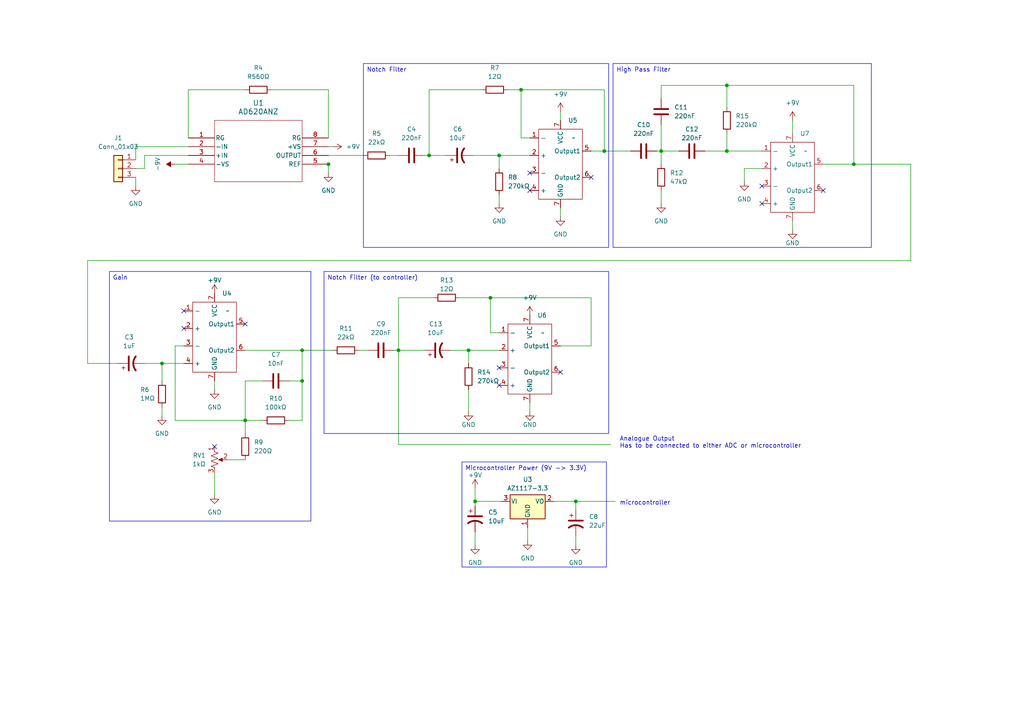
<source format=kicad_sch>
(kicad_sch (version 20230121) (generator eeschema)
  (paper "A4")
  (lib_symbols
    (symbol "2024-04-04_04-07-53:AD620ANZ" (pin_names (offset 0.254))
      (property "Reference" "U" (at 20.32 10.16 0))
      (property "Value" "AD620ANZ" (at 20.32 7.62 0))
      (symbol "AD620ANZ_0_1"
        (polyline (pts (xy 7.62 -12.7) (xy 33.02 -12.7)) (stroke (width 0.127)))
        (polyline (pts (xy 7.62 5.08) (xy 7.62 -12.7)) (stroke (width 0.127)))
        (polyline (pts (xy 33.02 -12.7) (xy 33.02 5.08)) (stroke (width 0.127)))
        (polyline (pts (xy 33.02 5.08) (xy 7.62 5.08)) (stroke (width 0.127)))
        (pin unspecified line (at 0 0 0) (length 7.62) (name "RG") (number "1"))
        (pin unspecified line (at 0 -2.54 0) (length 7.62) (name "-IN") (number "2"))
        (pin unspecified line (at 0 -5.08 0) (length 7.62) (name "+IN") (number "3"))
        (pin power_in line (at 0 -7.62 0) (length 7.62) (name "-VS") (number "4"))
        (pin unspecified line (at 40.64 -7.62 180) (length 7.62) (name "REF") (number "5"))
        (pin unspecified line (at 40.64 -5.08 180) (length 7.62) (name "OUTPUT") (number "6"))
        (pin power_in line (at 40.64 -2.54 180) (length 7.62) (name "+VS") (number "7"))
        (pin unspecified line (at 40.64 0 180) (length 7.62) (name "RG") (number "8"))
      )
    )
    (symbol "Amplifier_Audio:Amplifier_box"
      (property "Reference" "U" (at -15.24 5.08 0))
      (symbol "Amplifier_box_0_1"
        (rectangle (start -16.51 3.81) (end -3.81 -16.51))
      )
      (symbol "Amplifier_box_1_1"
        (pin input line (at -19.05 1.27 0) (length 2.54) (name "-") (number "1"))
        (pin input line (at -19.05 -3.81 0) (length 2.54) (name "+") (number "2"))
        (pin input line (at -19.05 -8.89 0) (length 2.54) (name "-") (number "3"))
        (pin input line (at -19.05 -13.97 0) (length 2.54) (name "+") (number "4"))
        (pin output line (at -1.27 -2.54 180) (length 2.54) (name "Output1") (number "5"))
        (pin output line (at -1.27 -10.16 180) (length 2.54) (name "Output2") (number "6"))
        (pin power_in line (at -10.16 -19.05 90) (length 2.54) (name "GND") (number "7"))
        (pin power_in line (at -10.16 6.35 270) (length 2.54) (name "VCC") (number "7"))
      )
    )
    (symbol "Connector_Generic:Conn_01x03" (pin_names (offset 1.016) hide)
      (property "Reference" "J" (at 0 5.08 0))
      (property "Value" "Conn_01x03" (at 0 -5.08 0))
      (symbol "Conn_01x03_1_1"
        (rectangle (start -1.27 -2.413) (end 0 -2.667) (stroke (width 0.1524)))
        (rectangle (start -1.27 0.127) (end 0 -0.127) (stroke (width 0.1524)))
        (rectangle (start -1.27 2.667) (end 0 2.413) (stroke (width 0.1524)))
        (rectangle (start -1.27 3.81) (end 1.27 -3.81) (stroke (width 0.254)) (fill (type background)))
        (pin passive line (at -5.08 2.54 0) (length 3.81) (name "Pin_1") (number "1"))
        (pin passive line (at -5.08 0 0) (length 3.81) (name "Pin_2") (number "2"))
        (pin passive line (at -5.08 -2.54 0) (length 3.81) (name "Pin_3") (number "3"))
      )
    )
    (symbol "Device:C" (pin_numbers hide) (pin_names (offset 0.254))
      (property "Reference" "C" (at 0.635 2.54 0))
      (property "Value" "C" (at 0.635 -2.54 0))
      (symbol "C_0_1"
        (polyline (pts (xy -2.032 -0.762) (xy 2.032 -0.762)) (stroke (width 0.508)))
        (polyline (pts (xy -2.032 0.762) (xy 2.032 0.762)) (stroke (width 0.508)))
      )
      (symbol "C_1_1"
        (pin passive line (at 0 3.81 270) (length 2.794) (name "~") (number "1"))
        (pin passive line (at 0 -3.81 90) (length 2.794) (name "~") (number "2"))
      )
    )
    (symbol "Device:C_Polarized_US" (pin_numbers hide) (pin_names (offset 0.254) hide)
      (property "Reference" "C" (at 0.635 2.54 0))
      (property "Value" "C_Polarized_US" (at 0.635 -2.54 0))
      (symbol "C_Polarized_US_0_1"
        (polyline (pts (xy -2.032 0.762) (xy 2.032 0.762)) (stroke (width 0.508)))
        (polyline (pts (xy -1.778 2.286) (xy -0.762 2.286)))
        (polyline (pts (xy -1.27 1.778) (xy -1.27 2.794)))
        (arc (start 2.032 -1.27) (mid 0 -0.5572) (end -2.032 -1.27) (stroke (width 0.508)))
      )
      (symbol "C_Polarized_US_1_1"
        (pin passive line (at 0 3.81 270) (length 2.794) (name "~") (number "1"))
        (pin passive line (at 0 -3.81 90) (length 3.302) (name "~") (number "2"))
      )
    )
    (symbol "Device:R" (pin_numbers hide) (pin_names (offset 0))
      (property "Reference" "R" (at 2.032 0 90))
      (property "Value" "R" (at 0 0 90))
      (symbol "R_0_1"
        (rectangle (start -1.016 -2.54) (end 1.016 2.54) (stroke (width 0.254)))
      )
      (symbol "R_1_1"
        (pin passive line (at 0 3.81 270) (length 1.27) (name "~") (number "1"))
        (pin passive line (at 0 -3.81 90) (length 1.27) (name "~") (number "2"))
      )
    )
    (symbol "Device:R_Potentiometer_US" (pin_names (offset 1.016) hide)
      (property "Reference" "RV" (at -4.445 0 90))
      (property "Value" "R_Potentiometer_US" (at -2.54 0 90))
      (symbol "R_Potentiometer_US_0_1"
        (polyline (pts (xy 0 -2.286) (xy 0 -2.54)))
        (polyline (pts (xy 0 2.54) (xy 0 2.286)))
        (polyline (pts (xy 2.54 0) (xy 1.524 0)))
        (polyline (pts (xy 1.143 0) (xy 2.286 0.508) (xy 2.286 -0.508) (xy 1.143 0)) (fill (type outline)))
        (polyline (pts (xy 0 -0.762) (xy 1.016 -1.143) (xy 0 -1.524) (xy -1.016 -1.905) (xy 0 -2.286)))
        (polyline (pts (xy 0 0.762) (xy 1.016 0.381) (xy 0 0) (xy -1.016 -0.381) (xy 0 -0.762)))
        (polyline (pts (xy 0 2.286) (xy 1.016 1.905) (xy 0 1.524) (xy -1.016 1.143) (xy 0 0.762)))
      )
      (symbol "R_Potentiometer_US_1_1"
        (pin passive line (at 0 3.81 270) (length 1.27) (name "1") (number "1"))
        (pin passive line (at 3.81 0 180) (length 1.27) (name "2") (number "2"))
        (pin passive line (at 0 -3.81 90) (length 1.27) (name "3") (number "3"))
      )
    )
    (symbol "Regulator_Linear:AZ1117-3.3" (pin_names (offset 0.254))
      (property "Reference" "U" (at -3.81 3.175 0))
      (property "Value" "AZ1117-3.3" (at 0 3.175 0))
      (symbol "AZ1117-3.3_0_1"
        (rectangle (start -5.08 1.905) (end 5.08 -5.08) (stroke (width 0.254)) (fill (type background)))
      )
      (symbol "AZ1117-3.3_1_1"
        (pin power_in line (at 0 -7.62 90) (length 2.54) (name "GND") (number "1"))
        (pin power_out line (at 7.62 0 180) (length 2.54) (name "VO") (number "2"))
        (pin power_in line (at -7.62 0 0) (length 2.54) (name "VI") (number "3"))
      )
    )
    (symbol "power:+9V" (power) (pin_names (offset 0))
      (property "Value" "+9V" (at 0 3.556 0))
      (symbol "+9V_0_1"
        (polyline (pts (xy -0.762 1.27) (xy 0 2.54)))
        (polyline (pts (xy 0 0) (xy 0 2.54)))
        (polyline (pts (xy 0 2.54) (xy 0.762 1.27)))
      )
      (symbol "+9V_1_1"
        (pin power_in line (at 0 0 90) (length 0) hide (name "+9V") (number "1"))
      )
    )
    (symbol "power:-9V" (power) (pin_names (offset 0))
      (property "Value" "-9V" (at 0 3.81 0))
      (symbol "-9V_0_1"
        (polyline (pts (xy 0 0) (xy 0 2.54)))
        (polyline (pts (xy 0.762 1.27) (xy -0.762 1.27) (xy 0 2.54) (xy 0.762 1.27)) (fill (type outline)))
      )
      (symbol "-9V_1_1"
        (pin power_in line (at 0 0 90) (length 0) hide (name "-9V") (number "1"))
      )
    )
    (symbol "power:GND" (power) (pin_names (offset 0))
      (property "Value" "GND" (at 0 -3.81 0))
      (symbol "GND_0_1"
        (polyline (pts (xy 0 0) (xy 0 -1.27) (xy 1.27 -1.27) (xy 0 -2.54) (xy -1.27 -1.27) (xy 0 -1.27)))
      )
      (symbol "GND_1_1"
        (pin power_in line (at 0 0 270) (length 0) hide (name "GND") (number "1"))
      )
    )
  )
  (junction (at 87.63 101.6))
  (junction (at 115.57 101.6))
  (junction (at 137.795 145.415))
  (junction (at 135.89 101.6))
  (junction (at 95.25 47.625))
  (junction (at 191.77 43.815))
  (junction (at 210.82 24.765))
  (junction (at 151.13 26.035))
  (junction (at 71.12 121.92))
  (junction (at 46.99 105.41))
  (junction (at 87.63 110.49))
  (junction (at 142.24 86.36))
  (junction (at 247.65 47.625))
  (junction (at 124.46 45.085))
  (junction (at 175.26 43.815))
  (junction (at 167.005 145.415))
  (junction (at 144.78 45.085))
  (junction (at 210.82 43.815))
  (no_connect (at 71.12 93.98))
  (no_connect (at 53.34 90.17))
  (no_connect (at 153.67 55.245))
  (no_connect (at 220.98 53.975))
  (no_connect (at 153.67 50.165))
  (no_connect (at 162.56 107.95))
  (no_connect (at 171.45 51.435))
  (no_connect (at 220.98 59.055))
  (no_connect (at 62.23 129.54))
  (no_connect (at 144.78 106.68))
  (no_connect (at 144.78 111.76))
  (no_connect (at 238.76 55.245))
  (no_connect (at 53.34 95.25))
  (wire (pts (xy 153.67 40.005) (xy 151.13 40.005)))
  (wire (pts (xy 247.65 47.625) (xy 264.16 47.625)))
  (wire (pts (xy 167.005 155.575) (xy 167.005 158.115)))
  (wire (pts (xy 76.2 110.49) (xy 71.12 110.49)))
  (wire (pts (xy 71.12 101.6) (xy 87.63 101.6)))
  (wire (pts (xy 104.14 101.6) (xy 106.68 101.6)))
  (wire (pts (xy 210.82 38.735) (xy 210.82 43.815)))
  (wire (pts (xy 162.56 32.385) (xy 162.56 34.925)))
  (wire (pts (xy 96.52 42.545) (xy 95.25 42.545)))
  (wire (pts (xy 87.63 110.49) (xy 83.82 110.49)))
  (wire (pts (xy 62.23 137.16) (xy 62.23 143.51)))
  (wire (pts (xy 191.77 43.815) (xy 191.77 47.625)))
  (wire (pts (xy 142.24 86.36) (xy 171.45 86.36)))
  (wire (pts (xy 135.89 119.38) (xy 135.89 113.03)))
  (wire (pts (xy 71.12 125.73) (xy 71.12 121.92)))
  (wire (pts (xy 115.57 101.6) (xy 115.57 86.36)))
  (wire (pts (xy 229.87 66.675) (xy 229.87 64.135)))
  (wire (pts (xy 220.98 43.815) (xy 210.82 43.815)))
  (wire (pts (xy 175.26 26.035) (xy 175.26 43.815)))
  (wire (pts (xy 114.3 101.6) (xy 115.57 101.6)))
  (wire (pts (xy 177.165 128.905) (xy 115.57 128.905)))
  (wire (pts (xy 25.4 75.565) (xy 25.4 105.41)))
  (wire (pts (xy 95.25 50.165) (xy 95.25 47.625)))
  (wire (pts (xy 115.57 86.36) (xy 125.73 86.36)))
  (wire (pts (xy 87.63 101.6) (xy 96.52 101.6)))
  (wire (pts (xy 144.78 96.52) (xy 142.24 96.52)))
  (wire (pts (xy 175.26 43.815) (xy 171.45 43.815)))
  (wire (pts (xy 95.25 47.625) (xy 90.17 47.625)))
  (wire (pts (xy 137.795 146.685) (xy 137.795 145.415)))
  (wire (pts (xy 191.77 55.245) (xy 191.77 59.055)))
  (wire (pts (xy 144.78 59.055) (xy 144.78 56.515)))
  (wire (pts (xy 54.61 42.545) (xy 39.37 42.545)))
  (wire (pts (xy 247.65 24.765) (xy 247.65 47.625)))
  (wire (pts (xy 71.12 121.92) (xy 50.8 121.92)))
  (wire (pts (xy 46.99 105.41) (xy 53.34 105.41)))
  (wire (pts (xy 215.9 48.895) (xy 215.9 52.705)))
  (wire (pts (xy 83.82 121.92) (xy 87.63 121.92)))
  (wire (pts (xy 137.16 45.085) (xy 144.78 45.085)))
  (wire (pts (xy 210.82 24.765) (xy 210.82 31.115)))
  (wire (pts (xy 41.91 48.895) (xy 39.37 48.895)))
  (wire (pts (xy 135.89 101.6) (xy 144.78 101.6)))
  (wire (pts (xy 71.12 110.49) (xy 71.12 121.92)))
  (wire (pts (xy 191.77 24.765) (xy 210.82 24.765)))
  (wire (pts (xy 130.81 101.6) (xy 135.89 101.6)))
  (wire (pts (xy 196.85 43.815) (xy 191.77 43.815)))
  (wire (pts (xy 124.46 26.035) (xy 139.7 26.035)))
  (wire (pts (xy 142.24 86.36) (xy 142.24 96.52)))
  (wire (pts (xy 147.32 26.035) (xy 151.13 26.035)))
  (wire (pts (xy 71.12 26.035) (xy 54.61 26.035)))
  (wire (pts (xy 50.8 47.625) (xy 54.61 47.625)))
  (wire (pts (xy 115.57 101.6) (xy 123.19 101.6)))
  (wire (pts (xy 160.655 145.415) (xy 167.005 145.415)))
  (wire (pts (xy 87.63 121.92) (xy 87.63 110.49)))
  (wire (pts (xy 137.795 145.415) (xy 145.415 145.415)))
  (wire (pts (xy 135.89 101.6) (xy 135.89 105.41)))
  (wire (pts (xy 50.8 121.92) (xy 50.8 100.33)))
  (wire (pts (xy 39.37 42.545) (xy 39.37 46.355)))
  (wire (pts (xy 62.23 113.03) (xy 62.23 110.49)))
  (wire (pts (xy 153.67 116.84) (xy 153.67 119.38)))
  (wire (pts (xy 66.04 133.35) (xy 71.12 133.35)))
  (wire (pts (xy 167.005 145.415) (xy 167.005 147.955)))
  (wire (pts (xy 71.12 121.92) (xy 76.2 121.92)))
  (wire (pts (xy 46.99 105.41) (xy 46.99 110.49)))
  (wire (pts (xy 115.57 101.6) (xy 115.57 128.905)))
  (wire (pts (xy 175.26 43.815) (xy 182.88 43.815)))
  (wire (pts (xy 46.99 120.65) (xy 46.99 118.11)))
  (wire (pts (xy 229.87 34.925) (xy 229.87 38.735)))
  (wire (pts (xy 264.16 75.565) (xy 25.4 75.565)))
  (wire (pts (xy 162.56 62.865) (xy 162.56 60.325)))
  (wire (pts (xy 191.77 24.765) (xy 191.77 28.575)))
  (wire (pts (xy 144.78 45.085) (xy 144.78 48.895)))
  (wire (pts (xy 144.78 45.085) (xy 153.67 45.085)))
  (wire (pts (xy 133.35 86.36) (xy 142.24 86.36)))
  (wire (pts (xy 25.4 105.41) (xy 34.29 105.41)))
  (wire (pts (xy 87.63 101.6) (xy 87.63 110.49)))
  (wire (pts (xy 220.98 48.895) (xy 215.9 48.895)))
  (wire (pts (xy 167.005 145.415) (xy 178.435 145.415)))
  (wire (pts (xy 191.77 36.195) (xy 191.77 43.815)))
  (wire (pts (xy 137.795 141.605) (xy 137.795 145.415)))
  (wire (pts (xy 113.03 45.085) (xy 115.57 45.085)))
  (wire (pts (xy 41.91 45.085) (xy 41.91 48.895)))
  (wire (pts (xy 129.54 45.085) (xy 124.46 45.085)))
  (wire (pts (xy 50.8 100.33) (xy 53.34 100.33)))
  (wire (pts (xy 204.47 43.815) (xy 210.82 43.815)))
  (wire (pts (xy 95.25 45.085) (xy 105.41 45.085)))
  (wire (pts (xy 247.65 47.625) (xy 238.76 47.625)))
  (wire (pts (xy 137.795 154.305) (xy 137.795 158.115)))
  (wire (pts (xy 54.61 26.035) (xy 54.61 40.005)))
  (wire (pts (xy 171.45 100.33) (xy 162.56 100.33)))
  (wire (pts (xy 95.25 26.035) (xy 95.25 40.005)))
  (wire (pts (xy 124.46 45.085) (xy 124.46 26.035)))
  (wire (pts (xy 54.61 45.085) (xy 41.91 45.085)))
  (wire (pts (xy 151.13 26.035) (xy 151.13 40.005)))
  (wire (pts (xy 190.5 43.815) (xy 191.77 43.815)))
  (wire (pts (xy 153.035 153.035) (xy 153.035 156.845)))
  (wire (pts (xy 151.13 26.035) (xy 175.26 26.035)))
  (wire (pts (xy 78.74 26.035) (xy 95.25 26.035)))
  (wire (pts (xy 41.91 105.41) (xy 46.99 105.41)))
  (wire (pts (xy 123.19 45.085) (xy 124.46 45.085)))
  (wire (pts (xy 39.37 51.435) (xy 39.37 53.975)))
  (wire (pts (xy 264.16 47.625) (xy 264.16 75.565)))
  (wire (pts (xy 171.45 86.36) (xy 171.45 100.33)))
  (wire (pts (xy 210.82 24.765) (xy 247.65 24.765)))
  (text_box "Microcontroller Power (9V -> 3.3V)" (at 133.985 133.985 0) (size 41.91 30.48) (effects (font (size 1.27 1.27)) (justify left top)))
  (text_box "High Pass Filter" (at 177.8 18.415 0) (size 74.93 53.34) (effects (font (size 1.27 1.27)) (justify left top)))
  (text_box "Notch Filter (to controller)" (at 93.98 78.74 0) (size 82.55 46.99) (effects (font (size 1.27 1.27)) (justify left top)))
  (text_box "Notch Filter\n" (at 105.41 18.415 0) (size 71.12 53.34) (effects (font (size 1.27 1.27)) (justify left top)))
  (text_box "Gain\n" (at 31.75 78.74 0) (size 58.42 72.39) (effects (font (size 1.27 1.27)) (justify left top)))
  (text "microcontroller" (at 179.705 146.685 0) (effects (font (size 1.27 1.27)) (justify left bottom)))
  (text "Analogue Output\nHas to be connected to either ADC or microcontroller" (at 179.705 130.175 0) (effects (font (size 1.27 1.27)) (justify left bottom)))
  (symbol (lib_id "Device:C") (at 110.49 101.6 90) (unit 1)
    (property "Reference" "C9" (at 110.49 93.98 90))
    (property "Value" "220nF" (at 110.49 96.52 90))
  )
  (symbol (lib_id "power:+9V") (at 162.56 32.385 0) (unit 1)
    (property "Reference" "#PWR018" (effects hide))
    (property "Value" "+9V" (at 162.56 27.305 0))
  )
  (symbol (lib_id "Device:R") (at 46.99 114.3 180) (unit 1)
    (property "Reference" "R6" (at 40.64 113.03 0) (effects (justify right)))
    (property "Value" "1MΩ" (at 40.64 115.57 0) (effects (justify right)))
  )
  (symbol (lib_id "power:+9V") (at 137.795 141.605 0) (unit 1)
    (property "Reference" "#PWR010" (effects hide))
    (property "Value" "+9V" (at 137.795 137.795 0))
  )
  (symbol (lib_id "Device:R") (at 80.01 121.92 270) (unit 1)
    (property "Reference" "R10" (at 80.01 115.57 90))
    (property "Value" "100kΩ" (at 80.01 118.11 90))
  )
  (symbol (lib_id "Device:R") (at 144.78 52.705 0) (unit 1)
    (property "Reference" "R8" (at 147.32 51.435 0) (effects (justify left)))
    (property "Value" "270kΩ" (at 147.32 53.975 0) (effects (justify left)))
  )
  (symbol (lib_id "Amplifier_Audio:Amplifier_box") (at 172.72 41.275 0) (unit 1)
    (property "Reference" "U5" (at 164.7541 34.925 0) (effects (justify left)))
    (property "Value" "~" (at 166.37 40.005 0))
  )
  (symbol (lib_id "Regulator_Linear:AZ1117-3.3") (at 153.035 145.415 0) (unit 1)
    (property "Reference" "U3" (at 153.035 139.065 0))
    (property "Value" "AZ1117-3.3" (at 153.035 141.605 0))
    (property "Datasheet" "https://www.diodes.com/assets/Datasheets/AZ1117.pdf" (effects hide))
  )
  (symbol (lib_id "power:+9V") (at 153.67 91.44 0) (unit 1)
    (property "Reference" "#PWR023" (effects hide))
    (property "Value" "+9V" (at 153.67 86.36 0))
  )
  (symbol (lib_id "Device:C") (at 186.69 43.815 90) (unit 1)
    (property "Reference" "C10" (at 186.69 36.195 90))
    (property "Value" "220nF" (at 186.69 38.735 90))
  )
  (symbol (lib_id "power:GND") (at 137.795 158.115 0) (unit 1)
    (property "Reference" "#PWR011" (effects hide))
    (property "Value" "GND" (at 137.795 163.195 0))
  )
  (symbol (lib_id "Device:R") (at 109.22 45.085 90) (unit 1)
    (property "Reference" "R5" (at 109.22 38.735 90))
    (property "Value" "22kΩ" (at 109.22 41.275 90))
  )
  (symbol (lib_id "power:GND") (at 215.9 52.705 0) (unit 1)
    (property "Reference" "#PWR022" (effects hide))
    (property "Value" "GND" (at 215.9 57.785 0))
  )
  (symbol (lib_id "Amplifier_Audio:Amplifier_box") (at 240.03 45.085 0) (unit 1)
    (property "Reference" "U7" (at 232.0641 38.735 0) (effects (justify left)))
    (property "Value" "~" (at 233.68 43.815 0))
  )
  (symbol (lib_id "Device:R") (at 71.12 129.54 180) (unit 1)
    (property "Reference" "R9" (at 73.66 128.27 0) (effects (justify right)))
    (property "Value" "220Ω" (at 73.66 130.81 0) (effects (justify right)))
  )
  (symbol (lib_id "power:GND") (at 144.78 59.055 0) (unit 1)
    (property "Reference" "#PWR016" (effects hide))
    (property "Value" "GND" (at 144.78 64.135 0))
  )
  (symbol (lib_id "power:GND") (at 153.035 156.845 0) (unit 1)
    (property "Reference" "#PWR015" (effects hide))
    (property "Value" "GND" (at 153.035 161.925 0))
  )
  (symbol (lib_id "power:GND") (at 62.23 113.03 0) (unit 1)
    (property "Reference" "#PWR013" (effects hide))
    (property "Value" "GND" (at 62.23 118.11 0))
  )
  (symbol (lib_id "Device:C_Polarized_US") (at 127 101.6 90) (unit 1)
    (property "Reference" "C13" (at 126.365 93.98 90))
    (property "Value" "10uF" (at 126.365 96.52 90))
  )
  (symbol (lib_id "power:GND") (at 191.77 59.055 0) (unit 1)
    (property "Reference" "#PWR020" (effects hide))
    (property "Value" "GND" (at 191.77 64.135 0))
  )
  (symbol (lib_id "power:GND") (at 135.89 119.38 0) (unit 1)
    (property "Reference" "#PWR021" (effects hide))
    (property "Value" "GND" (at 135.89 123.19 0))
  )
  (symbol (lib_id "power:GND") (at 153.67 119.38 0) (unit 1)
    (property "Reference" "#PWR024" (effects hide))
    (property "Value" "GND" (at 153.67 123.19 0))
  )
  (symbol (lib_id "2024-04-04_04-07-53:AD620ANZ") (at 54.61 40.005 0) (unit 1)
    (property "Reference" "U1" (at 74.93 29.845 0) (effects (font (size 1.524 1.524))))
    (property "Value" "AD620ANZ" (at 74.93 32.385 0) (effects (font (size 1.524 1.524))))
    (property "Footprint" "N_8_ADI" (effects hide))
    (property "Datasheet" "AD620ANZ" (effects hide))
  )
  (symbol (lib_id "Device:R") (at 143.51 26.035 90) (unit 1)
    (property "Reference" "R7" (at 143.51 19.685 90))
    (property "Value" "12Ω" (at 143.51 22.225 90))
  )
  (symbol (lib_id "Device:R_Potentiometer_US") (at 62.23 133.35 0) (unit 1)
    (property "Reference" "RV1" (at 59.69 132.08 0) (effects (justify right)))
    (property "Value" "1kΩ" (at 59.69 134.62 0) (effects (justify right)))
  )
  (symbol (lib_id "power:GND") (at 62.23 143.51 0) (unit 1)
    (property "Reference" "#PWR014" (effects hide))
    (property "Value" "GND" (at 62.23 148.59 0))
  )
  (symbol (lib_id "Device:R") (at 135.89 109.22 0) (unit 1)
    (property "Reference" "R14" (at 138.43 107.95 0) (effects (justify left)))
    (property "Value" "270kΩ" (at 138.43 110.49 0) (effects (justify left)))
  )
  (symbol (lib_id "Device:R") (at 74.93 26.035 90) (unit 1)
    (property "Reference" "R4" (at 74.93 19.685 90))
    (property "Value" "R560Ω" (at 74.93 22.225 90))
  )
  (symbol (lib_id "power:GND") (at 46.99 120.65 0) (unit 1)
    (property "Reference" "#PWR09" (effects hide))
    (property "Value" "GND" (at 46.99 125.73 0))
  )
  (symbol (lib_id "Device:C_Polarized_US") (at 133.35 45.085 90) (unit 1)
    (property "Reference" "C6" (at 132.715 37.465 90))
    (property "Value" "10uF" (at 132.715 40.005 90))
  )
  (symbol (lib_id "Device:C") (at 80.01 110.49 90) (unit 1)
    (property "Reference" "C7" (at 80.01 102.87 90))
    (property "Value" "10nF" (at 80.01 105.41 90))
  )
  (symbol (lib_id "Device:C_Polarized_US") (at 167.005 151.765 0) (unit 1)
    (property "Reference" "C8" (at 170.815 149.86 0) (effects (justify left)))
    (property "Value" "22uF" (at 170.815 152.4 0) (effects (justify left)))
  )
  (symbol (lib_id "Device:C_Polarized_US") (at 38.1 105.41 90) (unit 1)
    (property "Reference" "C3" (at 37.465 97.79 90))
    (property "Value" "1uF" (at 37.465 100.33 90))
  )
  (symbol (lib_id "power:GND") (at 162.56 62.865 0) (unit 1)
    (property "Reference" "#PWR019" (effects hide))
    (property "Value" "GND" (at 162.56 67.945 0))
  )
  (symbol (lib_id "Device:C") (at 200.66 43.815 90) (unit 1)
    (property "Reference" "C12" (at 200.66 37.465 90))
    (property "Value" "220nF" (at 200.66 40.005 90))
  )
  (symbol (lib_id "Device:R") (at 100.33 101.6 90) (unit 1)
    (property "Reference" "R11" (at 100.33 95.25 90))
    (property "Value" "22kΩ" (at 100.33 97.79 90))
  )
  (symbol (lib_id "power:+9V") (at 62.23 85.09 0) (unit 1)
    (property "Reference" "#PWR012" (effects hide))
    (property "Value" "+9V" (at 62.23 81.28 0))
  )
  (symbol (lib_id "power:GND") (at 95.25 50.165 0) (unit 1)
    (property "Reference" "#PWR07" (effects hide))
    (property "Value" "GND" (at 95.25 55.245 0))
  )
  (symbol (lib_id "Device:R") (at 129.54 86.36 90) (unit 1)
    (property "Reference" "R13" (at 129.54 81.28 90))
    (property "Value" "12Ω" (at 129.54 83.82 90))
  )
  (symbol (lib_id "power:-9V") (at 50.8 47.625 90) (unit 1)
    (property "Reference" "#PWR03" (effects hide))
    (property "Value" "-9V" (at 45.72 47.625 0))
  )
  (symbol (lib_id "power:GND") (at 229.87 66.675 0) (unit 1)
    (property "Reference" "#PWR026" (effects hide))
    (property "Value" "GND" (at 229.87 70.485 0))
  )
  (symbol (lib_id "Device:C") (at 119.38 45.085 90) (unit 1)
    (property "Reference" "C4" (at 119.38 37.465 90))
    (property "Value" "220nF" (at 119.38 40.005 90))
  )
  (symbol (lib_id "power:+9V") (at 229.87 34.925 0) (unit 1)
    (property "Reference" "#PWR025" (effects hide))
    (property "Value" "+9V" (at 229.87 29.845 0))
  )
  (symbol (lib_id "Amplifier_Audio:Amplifier_box") (at 163.83 97.79 0) (unit 1)
    (property "Reference" "U6" (at 155.8641 91.44 0) (effects (justify left)))
    (property "Value" "~" (at 157.48 96.52 0))
  )
  (symbol (lib_id "Device:C_Polarized_US") (at 137.795 150.495 0) (unit 1)
    (property "Reference" "C5" (at 141.605 148.59 0) (effects (justify left)))
    (property "Value" "10uF" (at 141.605 151.13 0) (effects (justify left)))
  )
  (symbol (lib_id "Device:C") (at 191.77 32.385 180) (unit 1)
    (property "Reference" "C11" (at 195.58 31.115 0) (effects (justify right)))
    (property "Value" "220nF" (at 195.58 33.655 0) (effects (justify right)))
  )
  (symbol (lib_id "Device:R") (at 210.82 34.925 180) (unit 1)
    (property "Reference" "R15" (at 213.36 33.655 0) (effects (justify right)))
    (property "Value" "220kΩ" (at 213.36 36.195 0) (effects (justify right)))
  )
  (symbol (lib_id "Amplifier_Audio:Amplifier_box") (at 72.39 91.44 0) (unit 1)
    (property "Reference" "U4" (at 64.4241 85.09 0) (effects (justify left)))
    (property "Value" "~" (at 66.04 90.17 0))
  )
  (symbol (lib_id "power:GND") (at 167.005 158.115 0) (unit 1)
    (property "Reference" "#PWR017" (effects hide))
    (property "Value" "GND" (at 167.005 163.195 0))
  )
  (symbol (lib_id "power:GND") (at 39.37 53.975 0) (unit 1)
    (property "Reference" "#PWR01" (effects hide))
    (property "Value" "GND" (at 39.37 59.055 0))
  )
  (symbol (lib_id "power:+9V") (at 96.52 42.545 270) (unit 1)
    (property "Reference" "#PWR08" (effects hide))
    (property "Value" "+9V" (at 100.33 42.545 90) (effects (justify left)))
  )
  (symbol (lib_id "Device:R") (at 191.77 51.435 0) (unit 1)
    (property "Reference" "R12" (at 194.31 50.165 0) (effects (justify left)))
    (property "Value" "47kΩ" (at 194.31 52.705 0) (effects (justify left)))
  )
  (symbol (lib_id "Connector_Generic:Conn_01x03") (at 34.29 48.895 0) (mirror y) (unit 1)
    (property "Reference" "J1" (at 34.29 40.005 0))
    (property "Value" "Conn_01x03" (at 34.29 42.545 0))
  )
)
</source>
